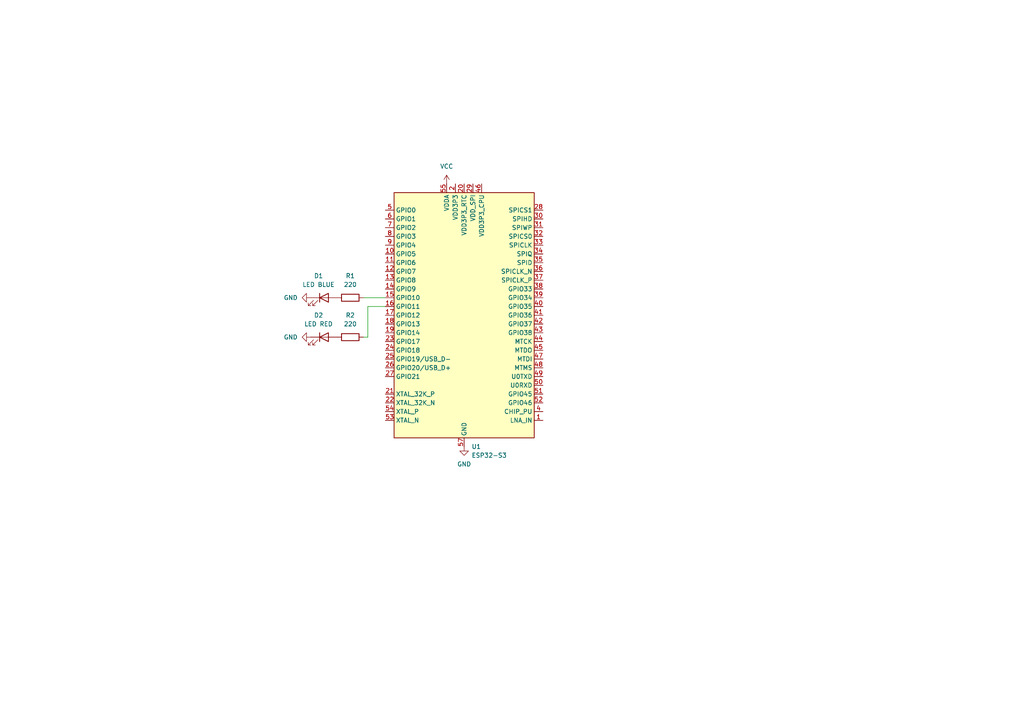
<source format=kicad_sch>
(kicad_sch (version 20250114) (generator "eeschema") (generator_version "9.0")
  (paper "A4")
  (lib_symbols
    (symbol "Device:LED" (pin_numbers (hide yes)) (pin_names (offset 1.016) (hide yes))
      (property "Reference" "D" (at 0 2.54 0))
      (property "Value" "LED" (at 0 -2.54 0))
      (symbol "LED_0_1"
        (polyline (pts (xy -3.048 -0.762) (xy -4.572 -2.286) (xy -3.81 -2.286) (xy -4.572 -2.286) (xy -4.572 -1.524)))
        (polyline (pts (xy -1.778 -0.762) (xy -3.302 -2.286) (xy -2.54 -2.286) (xy -3.302 -2.286) (xy -3.302 -1.524)))
        (polyline (pts (xy -1.27 0) (xy 1.27 0)))
        (polyline (pts (xy -1.27 -1.27) (xy -1.27 1.27)) (stroke (width 0.254)))
        (polyline (pts (xy 1.27 -1.27) (xy 1.27 1.27) (xy -1.27 0) (xy 1.27 -1.27)) (stroke (width 0.254)))
      )
      (symbol "LED_1_1"
        (pin passive line (at -3.81 0 0) (length 2.54) (name "K") (number "1"))
        (pin passive line (at 3.81 0 180) (length 2.54) (name "A") (number "2"))
      )
    )
    (symbol "Device:R" (pin_numbers (hide yes)) (pin_names (offset 0))
      (property "Reference" "R" (at 2.032 0 90))
      (property "Value" "R" (at 0 0 90))
      (symbol "R_0_1"
        (rectangle (start -1.016 -2.54) (end 1.016 2.54) (stroke (width 0.254)))
      )
      (symbol "R_1_1"
        (pin passive line (at 0 3.81 270) (length 1.27) (name "~") (number "1"))
        (pin passive line (at 0 -3.81 90) (length 1.27) (name "~") (number "2"))
      )
    )
    (symbol "MCU_Espressif:ESP32-S3"
      (property "Reference" "U" (at 10.16 -38.1 0))
      (property "Value" "ESP32-S3" (at 13.97 -40.64 0))
      (symbol "ESP32-S3_0_1"
        (rectangle (start -20.32 35.56) (end 20.32 -35.56) (stroke (width 0.254)) (fill (type background)))
      )
      (symbol "ESP32-S3_1_0"
        (pin passive line (at -5.08 38.1 270) (length 2.54) (hide yes) (name "VDDA") (number "56"))
        (pin bidirectional line (at 22.86 12.7 180) (length 2.54) (name "SPICLK_N") (number "36"))
        (pin bidirectional line (at 22.86 -10.16 180) (length 2.54) (name "MTDO") (number "45"))
        (pin bidirectional line (at 22.86 -22.86 180) (length 2.54) (name "GPIO45") (number "51"))
      )
      (symbol "ESP32-S3_1_1"
        (pin bidirectional line (at -22.86 30.48 0) (length 2.54) (name "GPIO0") (number "5"))
        (pin bidirectional line (at -22.86 27.94 0) (length 2.54) (name "GPIO1") (number "6"))
        (pin bidirectional line (at -22.86 25.4 0) (length 2.54) (name "GPIO2") (number "7"))
        (pin bidirectional line (at -22.86 22.86 0) (length 2.54) (name "GPIO3") (number "8"))
        (pin bidirectional line (at -22.86 20.32 0) (length 2.54) (name "GPIO4") (number "9"))
        (pin bidirectional line (at -22.86 17.78 0) (length 2.54) (name "GPIO5") (number "10"))
        (pin bidirectional line (at -22.86 15.24 0) (length 2.54) (name "GPIO6") (number "11"))
        (pin bidirectional line (at -22.86 12.7 0) (length 2.54) (name "GPIO7") (number "12"))
        (pin bidirectional line (at -22.86 10.16 0) (length 2.54) (name "GPIO8") (number "13"))
        (pin bidirectional line (at -22.86 7.62 0) (length 2.54) (name "GPIO9") (number "14"))
        (pin bidirectional line (at -22.86 5.08 0) (length 2.54) (name "GPIO10") (number "15"))
        (pin bidirectional line (at -22.86 2.54 0) (length 2.54) (name "GPIO11") (number "16"))
        (pin bidirectional line (at -22.86 0 0) (length 2.54) (name "GPIO12") (number "17"))
        (pin bidirectional line (at -22.86 -2.54 0) (length 2.54) (name "GPIO13") (number "18"))
        (pin bidirectional line (at -22.86 -5.08 0) (length 2.54) (name "GPIO14") (number "19"))
        (pin bidirectional line (at -22.86 -7.62 0) (length 2.54) (name "GPIO17") (number "23"))
        (pin bidirectional line (at -22.86 -10.16 0) (length 2.54) (name "GPIO18") (number "24"))
        (pin bidirectional line (at -22.86 -12.7 0) (length 2.54) (name "GPIO19/USB_D-") (number "25"))
        (pin bidirectional line (at -22.86 -15.24 0) (length 2.54) (name "GPIO20/USB_D+") (number "26"))
        (pin bidirectional line (at -22.86 -17.78 0) (length 2.54) (name "GPIO21") (number "27"))
        (pin passive line (at -22.86 -22.86 0) (length 2.54) (name "XTAL_32K_P") (number "21"))
        (pin passive line (at -22.86 -25.4 0) (length 2.54) (name "XTAL_32K_N") (number "22"))
        (pin input line (at -22.86 -27.94 0) (length 2.54) (name "XTAL_P") (number "54"))
        (pin output line (at -22.86 -30.48 0) (length 2.54) (name "XTAL_N") (number "53"))
        (pin power_in line (at -5.08 38.1 270) (length 2.54) (name "VDDA") (number "55"))
        (pin power_in line (at -2.54 38.1 270) (length 2.54) (name "VDD3P3") (number "2"))
        (pin passive line (at -2.54 38.1 270) (length 2.54) (hide yes) (name "VDD3P3") (number "3"))
        (pin power_in line (at 0 38.1 270) (length 2.54) (name "VDD3P3_RTC") (number "20"))
        (pin power_in line (at 0 -38.1 90) (length 2.54) (name "GND") (number "57"))
        (pin power_in line (at 2.54 38.1 270) (length 2.54) (name "VDD_SPI") (number "29"))
        (pin power_in line (at 5.08 38.1 270) (length 2.54) (name "VDD3P3_CPU") (number "46"))
        (pin bidirectional line (at 22.86 30.48 180) (length 2.54) (name "SPICS1") (number "28"))
        (pin bidirectional line (at 22.86 27.94 180) (length 2.54) (name "SPIHD") (number "30"))
        (pin bidirectional line (at 22.86 25.4 180) (length 2.54) (name "SPIWP") (number "31"))
        (pin bidirectional line (at 22.86 22.86 180) (length 2.54) (name "SPICS0") (number "32"))
        (pin bidirectional line (at 22.86 20.32 180) (length 2.54) (name "SPICLK") (number "33"))
        (pin bidirectional line (at 22.86 17.78 180) (length 2.54) (name "SPIQ") (number "34"))
        (pin bidirectional line (at 22.86 15.24 180) (length 2.54) (name "SPID") (number "35"))
        (pin bidirectional line (at 22.86 10.16 180) (length 2.54) (name "SPICLK_P") (number "37"))
        (pin bidirectional line (at 22.86 7.62 180) (length 2.54) (name "GPIO33") (number "38"))
        (pin bidirectional line (at 22.86 5.08 180) (length 2.54) (name "GPIO34") (number "39"))
        (pin bidirectional line (at 22.86 2.54 180) (length 2.54) (name "GPIO35") (number "40"))
        (pin bidirectional line (at 22.86 0 180) (length 2.54) (name "GPIO36") (number "41"))
        (pin bidirectional line (at 22.86 -2.54 180) (length 2.54) (name "GPIO37") (number "42"))
        (pin bidirectional line (at 22.86 -5.08 180) (length 2.54) (name "GPIO38") (number "43"))
        (pin bidirectional line (at 22.86 -7.62 180) (length 2.54) (name "MTCK") (number "44"))
        (pin bidirectional line (at 22.86 -12.7 180) (length 2.54) (name "MTDI") (number "47"))
        (pin bidirectional line (at 22.86 -15.24 180) (length 2.54) (name "MTMS") (number "48"))
        (pin bidirectional line (at 22.86 -17.78 180) (length 2.54) (name "U0TXD") (number "49"))
        (pin bidirectional line (at 22.86 -20.32 180) (length 2.54) (name "U0RXD") (number "50"))
        (pin bidirectional line (at 22.86 -25.4 180) (length 2.54) (name "GPIO46") (number "52"))
        (pin input line (at 22.86 -27.94 180) (length 2.54) (name "CHIP_PU") (number "4"))
        (pin bidirectional line (at 22.86 -30.48 180) (length 2.54) (name "LNA_IN") (number "1"))
      )
    )
    (symbol "power:GND" (power) (pin_numbers (hide yes)) (pin_names (offset 0) (hide yes))
      (property "Value" "GND" (at 0 -3.81 0))
      (symbol "GND_0_1"
        (polyline (pts (xy 0 0) (xy 0 -1.27) (xy 1.27 -1.27) (xy 0 -2.54) (xy -1.27 -1.27) (xy 0 -1.27)))
      )
      (symbol "GND_1_1"
        (pin power_in line (at 0 0 270) (length 0) (name "~") (number "1"))
      )
    )
    (symbol "power:VCC" (power) (pin_numbers (hide yes)) (pin_names (offset 0) (hide yes))
      (property "Value" "VCC" (at 0 3.556 0))
      (symbol "VCC_0_1"
        (polyline (pts (xy -0.762 1.27) (xy 0 2.54)))
        (polyline (pts (xy 0 2.54) (xy 0.762 1.27)))
        (polyline (pts (xy 0 0) (xy 0 2.54)))
      )
      (symbol "VCC_1_1"
        (pin power_in line (at 0 0 90) (length 0) (name "~") (number "1"))
      )
    )
  )
  (wire (pts (xy 106.68 97.79) (xy 106.68 88.9)))
  (wire (pts (xy 105.41 86.36) (xy 111.76 86.36)))
  (wire (pts (xy 106.68 88.9) (xy 111.76 88.9)))
  (wire (pts (xy 105.41 97.79) (xy 106.68 97.79)))
  (symbol (lib_id "MCU_Espressif:ESP32-S3") (at 134.62 91.44 0) (unit 1)
    (property "Reference" "U1" (at 136.7633 129.54 0) (effects (justify left)))
    (property "Value" "ESP32-S3" (at 136.7633 132.08 0) (effects (justify left)))
    (property "Footprint" "Package_DFN_QFN:QFN-56-1EP_7x7mm_P0.4mm_EP4x4mm" (effects (hide yes)))
    (property "Datasheet" "https://www.espressif.com/sites/default/files/documentation/esp32-s3_datasheet_en.pdf" (effects (hide yes)))
    (property "Description" "Microcontroller, Wi-Fi 802.11b/g/n, Bluetooth, 32bit" (effects (hide yes)))
  )
  (symbol (lib_id "Device:R") (at 101.6 97.79 90) (unit 1)
    (property "Reference" "R2" (at 101.6 91.44 90))
    (property "Value" "220" (at 101.6 93.98 90))
    (property "Description" "Resistor" (effects (hide yes)))
  )
  (symbol (lib_id "Device:LED") (at 93.98 86.36 0) (unit 1)
    (property "Reference" "D1" (at 92.3925 80.01 0))
    (property "Value" "LED BLUE" (at 92.3925 82.55 0))
    (property "Description" "Light emitting diode" (effects (hide yes)))
    (property "Sim.Pins" "1=K 2=A" (effects (hide yes)))
  )
  (symbol (lib_id "power:VCC") (at 129.54 53.34 0) (unit 1)
    (property "Reference" "#PWR04" (effects (hide yes)))
    (property "Value" "VCC" (at 129.54 48.26 0))
    (property "Description" "Power symbol creates a global label with name \"VCC\"" (effects (hide yes)))
  )
  (symbol (lib_id "Device:LED") (at 93.98 97.79 0) (unit 1)
    (property "Reference" "D2" (at 92.3925 91.44 0))
    (property "Value" "LED RED" (at 92.3925 93.98 0))
    (property "Description" "Light emitting diode" (effects (hide yes)))
    (property "Sim.Pins" "1=K 2=A" (effects (hide yes)))
  )
  (symbol (lib_id "power:GND") (at 134.62 129.54 0) (unit 1)
    (property "Reference" "#PWR03" (effects (hide yes)))
    (property "Value" "GND" (at 134.62 134.62 0))
    (property "Description" "Power symbol creates a global label with name \"GND\" , ground" (effects (hide yes)))
  )
  (symbol (lib_id "Device:R") (at 101.6 86.36 90) (unit 1)
    (property "Reference" "R1" (at 101.6 80.01 90))
    (property "Value" "220" (at 101.6 82.55 90))
    (property "Description" "Resistor" (effects (hide yes)))
  )
  (symbol (lib_id "power:GND") (at 90.17 86.36 270) (mirror x) (unit 1)
    (property "Reference" "#PWR01" (effects (hide yes)))
    (property "Value" "GND" (at 86.36 86.3599 90) (effects (justify right)))
    (property "Description" "Power symbol creates a global label with name \"GND\" , ground" (effects (hide yes)))
  )
  (symbol (lib_id "power:GND") (at 90.17 97.79 270) (mirror x) (unit 1)
    (property "Reference" "#PWR02" (effects (hide yes)))
    (property "Value" "GND" (at 86.36 97.7899 90) (effects (justify right)))
    (property "Description" "Power symbol creates a global label with name \"GND\" , ground" (effects (hide yes)))
  )
)
</source>
